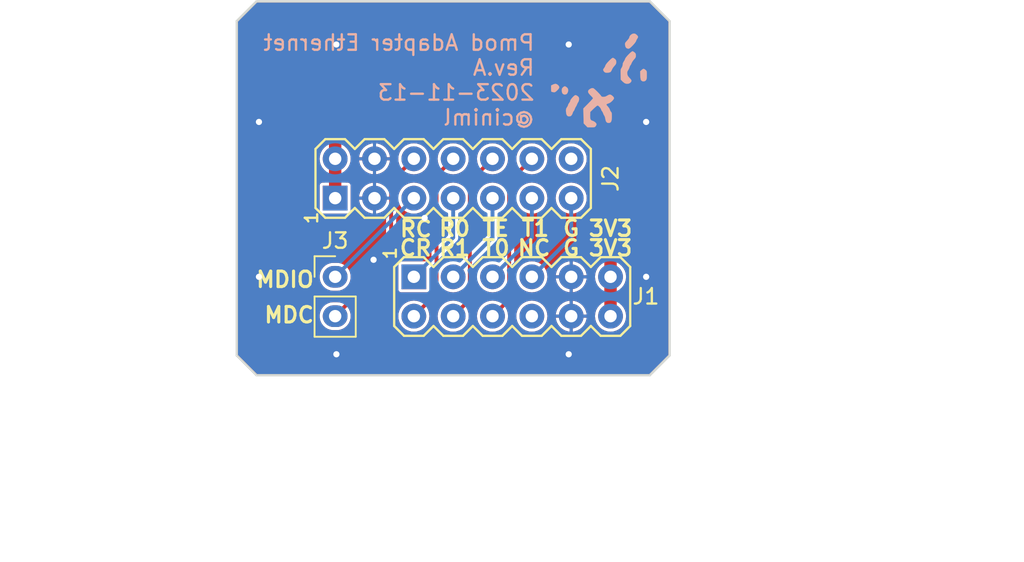
<source format=kicad_pcb>
(kicad_pcb (version 20221018) (generator pcbnew)
  (layers (0 "F.Cu" signal) (31 "B.Cu" signal) (34 "B.Paste" user) (35 "F.Paste" user) (36 "B.SilkS" user "B.Silkscreen") (37 "F.SilkS" user "F.Silkscreen") (38 "B.Mask" user) (39 "F.Mask" user) (44 "Edge.Cuts" user))
  (net 0 "")
  (net 1 "GND")
  (net 2 "/PMOD_P1_nINT_RETCLK")
  (net 3 "+3V3")
  (net 4 "/PMOD_P2_RX0")
  (net 5 "/PMOD_P3_TXEN")
  (net 6 "/PMOD_P4_TX1")
  (net 7 "/PMOD_P5_CRS")
  (net 8 "/PMOD_P6_RX1")
  (net 9 "/PMOD_P7_TX0")
  (net 12 "/MDIO")
  (net 13 "/MDC")
  (footprint "local:Conn_Pmod_Spec_B_Thin" (layer "F.Cu") (at 0 0 90)
    (fp_text reference "J1" (at -1.27 14.986) (layer "F.SilkS"))
    (fp_text value "Conn_02x06_Top_Bottom")
    (fp_text user "1" (at 1.524 -1.524 90 unlocked) (layer "F.SilkS") (effects (font (size 0.8 0.8))))
    (fp_line (start -3.81 -0.635) (end -3.175 -1.27) (stroke (width 0.15)) (layer "F.SilkS"))
    (fp_line (start -3.81 0.635) (end -3.81 -0.635) (stroke (width 0.15)) (layer "F.SilkS"))
    (fp_line (start -3.81 1.905) (end -3.175 1.27) (stroke (width 0.15)) (layer "F.SilkS"))
    (fp_line (start -3.81 3.175) (end -3.81 1.905) (stroke (width 0.15)) (layer "F.SilkS"))
    (fp_line (start -3.81 4.445) (end -3.175 3.81) (stroke (width 0.15)) (layer "F.SilkS"))
    (fp_line (start -3.81 5.715) (end -3.81 4.445) (stroke (width 0.15)) (layer "F.SilkS"))
    (fp_line (start -3.81 6.985) (end -3.175 6.35) (stroke (width 0.15)) (layer "F.SilkS"))
    (fp_line (start -3.81 8.255) (end -3.81 6.985) (stroke (width 0.15)) (layer "F.SilkS"))
    (fp_line (start -3.81 9.525) (end -3.175 8.89) (stroke (width 0.15)) (layer "F.SilkS"))
    (fp_line (start -3.81 10.795) (end -3.81 9.525) (stroke (width 0.15)) (layer "F.SilkS"))
    (fp_line (start -3.81 12.065) (end -3.175 11.43) (stroke (width 0.15)) (layer "F.SilkS"))
    (fp_line (start -3.81 13.335) (end -3.81 12.065) (stroke (width 0.15)) (layer "F.SilkS"))
    (fp_line (start -3.175 -1.27) (end 0.635 -1.27) (stroke (width 0.15)) (layer "F.SilkS"))
    (fp_line (start -3.175 1.27) (end -3.81 0.635) (stroke (width 0.15)) (layer "F.SilkS"))
    (fp_line (start -3.175 3.81) (end -3.81 3.175) (stroke (width 0.15)) (layer "F.SilkS"))
    (fp_line (start -3.175 6.35) (end -3.81 5.715) (stroke (width 0.15)) (layer "F.SilkS"))
    (fp_line (start -3.175 8.89) (end -3.81 8.255) (stroke (width 0.15)) (layer "F.SilkS"))
    (fp_line (start -3.175 11.43) (end -3.81 10.795) (stroke (width 0.15)) (layer "F.SilkS"))
    (fp_line (start -3.175 13.97) (end -3.81 13.335) (stroke (width 0.15)) (layer "F.SilkS"))
    (fp_line (start 0.635 -1.27) (end 1.27 -0.635) (stroke (width 0.15)) (layer "F.SilkS"))
    (fp_line (start 0.635 1.27) (end 1.27 1.905) (stroke (width 0.15)) (layer "F.SilkS"))
    (fp_line (start 0.635 3.81) (end 1.27 4.445) (stroke (width 0.15)) (layer "F.SilkS"))
    (fp_line (start 0.635 6.35) (end 1.27 6.985) (stroke (width 0.15)) (layer "F.SilkS"))
    (fp_line (start 0.635 8.89) (end 1.27 9.525) (stroke (width 0.15)) (layer "F.SilkS"))
    (fp_line (start 0.635 11.43) (end 1.27 12.065) (stroke (width 0.15)) (layer "F.SilkS"))
    (fp_line (start 0.635 13.97) (end -3.175 13.97) (stroke (width 0.15)) (layer "F.SilkS"))
    (fp_line (start 1.27 -0.635) (end 1.27 0.635) (stroke (width 0.15)) (layer "F.SilkS"))
    (fp_line (start 1.27 0.635) (end 0.635 1.27) (stroke (width 0.15)) (layer "F.SilkS"))
    (fp_line (start 1.27 1.905) (end 1.27 3.175) (stroke (width 0.15)) (layer "F.SilkS"))
    (fp_line (start 1.27 3.175) (end 0.635 3.81) (stroke (width 0.15)) (layer "F.SilkS"))
    (fp_line (start 1.27 4.445) (end 1.27 5.715) (stroke (width 0.15)) (layer "F.SilkS"))
    (fp_line (start 1.27 5.715) (end 0.635 6.35) (stroke (width 0.15)) (layer "F.SilkS"))
    (fp_line (start 1.27 6.985) (end 1.27 8.255) (stroke (width 0.15)) (layer "F.SilkS"))
    (fp_line (start 1.27 8.255) (end 0.635 8.89) (stroke (width 0.15)) (layer "F.SilkS"))
    (fp_line (start 1.27 9.525) (end 1.27 10.795) (stroke (width 0.15)) (layer "F.SilkS"))
    (fp_line (start 1.27 10.795) (end 0.635 11.43) (stroke (width 0.15)) (layer "F.SilkS"))
    (fp_line (start 1.27 12.065) (end 1.27 13.335) (stroke (width 0.15)) (layer "F.SilkS"))
    (fp_line (start 1.27 13.335) (end 0.635 13.97) (stroke (width 0.15)) (layer "F.SilkS"))
    (pad "1" thru_hole rect (at 0 0 270) (size 1.6 1.6) (drill 0.8) (layers "*.Cu" "*.Mask") (net 2 "/PMOD_P1_nINT_RETCLK"))
    (pad "2" thru_hole oval (at 0 2.54 270) (size 1.6 1.6) (drill 0.8) (layers "*.Cu" "*.Mask") (net 4 "/PMOD_P2_RX0"))
    (pad "3" thru_hole oval (at 0 5.08 270) (size 1.6 1.6) (drill 0.8) (layers "*.Cu" "*.Mask") (net 5 "/PMOD_P3_TXEN"))
    (pad "4" thru_hole oval (at 0 7.62 270) (size 1.6 1.6) (drill 0.8) (layers "*.Cu" "*.Mask") (net 6 "/PMOD_P4_TX1"))
    (pad "5" thru_hole oval (at 0 10.16 270) (size 1.6 1.6) (drill 0.8) (layers "*.Cu" "*.Mask") (net 1 "GND"))
    (pad "6" thru_hole oval (at 0 12.7 270) (size 1.6 1.6) (drill 0.8) (layers "*.Cu" "*.Mask") (net 3 "+3V3"))
    (pad "7" thru_hole oval (at -2.54 0 270) (size 1.6 1.6) (drill 0.8) (layers "*.Cu" "*.Mask") (net 7 "/PMOD_P5_CRS"))
    (pad "8" thru_hole oval (at -2.54 2.54 270) (size 1.6 1.6) (drill 0.8) (layers "*.Cu" "*.Mask") (net 8 "/PMOD_P6_RX1"))
    (pad "9" thru_hole oval (at -2.54 5.08 270) (size 1.6 1.6) (drill 0.8) (layers "*.Cu" "*.Mask") (net 9 "/PMOD_P7_TX0"))
    (pad "10" thru_hole oval (at -2.54 7.62 270) (size 1.6 1.6) (drill 0.8) (layers "*.Cu" "*.Mask"))
    (pad "11" thru_hole oval (at -2.54 10.16 270) (size 1.6 1.6) (drill 0.8) (layers "*.Cu" "*.Mask") (net 1 "GND"))
    (pad "12" thru_hole oval (at -2.54 12.7 270) (size 1.6 1.6) (drill 0.8) (layers "*.Cu" "*.Mask") (net 3 "+3V3"))
  )
  (footprint "local:Conn_WaveShare_Ethernet_Spec_D_Thin" (layer "F.Cu") (at -5.08 -5.08 90)
    (fp_text reference "J2" (at 1.27 17.78 90) (layer "F.SilkS"))
    (fp_text value "Conn_02x07_Top_Bottom")
    (fp_text user "1" (at -1.27 -1.524 90 unlocked) (layer "F.SilkS") (effects (font (size 0.8 0.8))))
    (fp_line (start -1.27 -0.635) (end -0.635 -1.27) (stroke (width 0.15)) (layer "F.SilkS"))
    (fp_line (start -1.27 0.635) (end -1.27 -0.635) (stroke (width 0.15)) (layer "F.SilkS"))
    (fp_line (start -1.27 1.905) (end -0.635 1.27) (stroke (width 0.15)) (layer "F.SilkS"))
    (fp_line (start -1.27 3.175) (end -1.27 1.905) (stroke (width 0.15)) (layer "F.SilkS"))
    (fp_line (start -1.27 4.445) (end -0.635 3.81) (stroke (width 0.15)) (layer "F.SilkS"))
    (fp_line (start -1.27 5.715) (end -1.27 4.445) (stroke (width 0.15)) (layer "F.SilkS"))
    (fp_line (start -1.27 6.985) (end -0.635 6.35) (stroke (width 0.15)) (layer "F.SilkS"))
    (fp_line (start -1.27 8.255) (end -1.27 6.985) (stroke (width 0.15)) (layer "F.SilkS"))
    (fp_line (start -1.27 9.525) (end -0.635 8.89) (stroke (width 0.15)) (layer "F.SilkS"))
    (fp_line (start -1.27 10.795) (end -1.27 9.525) (stroke (width 0.15)) (layer "F.SilkS"))
    (fp_line (start -1.27 12.065) (end -0.635 11.43) (stroke (width 0.15)) (layer "F.SilkS"))
    (fp_line (start -1.27 13.335) (end -1.27 12.065) (stroke (width 0.15)) (layer "F.SilkS"))
    (fp_line (start -1.27 14.605) (end -0.635 13.97) (stroke (width 0.15)) (layer "F.SilkS"))
    (fp_line (start -1.27 15.875) (end -1.27 14.605) (stroke (width 0.15)) (layer "F.SilkS"))
    (fp_line (start -0.635 -1.27) (end 3.175 -1.27) (stroke (width 0.15)) (layer "F.SilkS"))
    (fp_line (start -0.635 1.27) (end -1.27 0.635) (stroke (width 0.15)) (layer "F.SilkS"))
    (fp_line (start -0.635 3.81) (end -1.27 3.175) (stroke (width 0.15)) (layer "F.SilkS"))
    (fp_line (start -0.635 6.35) (end -1.27 5.715) (stroke (width 0.15)) (layer "F.SilkS"))
    (fp_line (start -0.635 8.89) (end -1.27 8.255) (stroke (width 0.15)) (layer "F.SilkS"))
    (fp_line (start -0.635 11.43) (end -1.27 10.795) (stroke (width 0.15)) (layer "F.SilkS"))
    (fp_line (start -0.635 13.97) (end -1.27 13.335) (stroke (width 0.15)) (layer "F.SilkS"))
    (fp_line (start -0.635 16.51) (end -1.27 15.875) (stroke (width 0.15)) (layer "F.SilkS"))
    (fp_line (start 3.175 -1.27) (end 3.81 -0.635) (stroke (width 0.15)) (layer "F.SilkS"))
    (fp_line (start 3.175 1.27) (end 3.81 1.905) (stroke (width 0.15)) (layer "F.SilkS"))
    (fp_line (start 3.175 3.81) (end 3.81 4.445) (stroke (width 0.15)) (layer "F.SilkS"))
    (fp_line (start 3.175 6.35) (end 3.81 6.985) (stroke (width 0.15)) (layer "F.SilkS"))
    (fp_line (start 3.175 8.89) (end 3.81 9.525) (stroke (width 0.15)) (layer "F.SilkS"))
    (fp_line (start 3.175 11.43) (end 3.81 12.065) (stroke (width 0.15)) (layer "F.SilkS"))
    (fp_line (start 3.175 13.97) (end 3.81 14.605) (stroke (width 0.15)) (layer "F.SilkS"))
    (fp_line (start 3.175 16.51) (end -0.635 16.51) (stroke (width 0.15)) (layer "F.SilkS"))
    (fp_line (start 3.81 -0.635) (end 3.81 0.635) (stroke (width 0.15)) (layer "F.SilkS"))
    (fp_line (start 3.81 0.635) (end 3.175 1.27) (stroke (width 0.15)) (layer "F.SilkS"))
    (fp_line (start 3.81 1.905) (end 3.81 3.175) (stroke (width 0.15)) (layer "F.SilkS"))
    (fp_line (start 3.81 3.175) (end 3.175 3.81) (stroke (width 0.15)) (layer "F.SilkS"))
    (fp_line (start 3.81 4.445) (end 3.81 5.715) (stroke (width 0.15)) (layer "F.SilkS"))
    (fp_line (start 3.81 5.715) (end 3.175 6.35) (stroke (width 0.15)) (layer "F.SilkS"))
    (fp_line (start 3.81 6.985) (end 3.81 8.255) (stroke (width 0.15)) (layer "F.SilkS"))
    (fp_line (start 3.81 8.255) (end 3.175 8.89) (stroke (width 0.15)) (layer "F.SilkS"))
    (fp_line (start 3.81 9.525) (end 3.81 10.795) (stroke (width 0.15)) (layer "F.SilkS"))
    (fp_line (start 3.81 10.795) (end 3.175 11.43) (stroke (width 0.15)) (layer "F.SilkS"))
    (fp_line (start 3.81 12.065) (end 3.81 13.335) (stroke (width 0.15)) (layer "F.SilkS"))
    (fp_line (start 3.81 13.335) (end 3.175 13.97) (stroke (width 0.15)) (layer "F.SilkS"))
    (fp_line (start 3.81 14.605) (end 3.81 15.875) (stroke (width 0.15)) (layer "F.SilkS"))
    (fp_line (start 3.81 15.875) (end 3.175 16.51) (stroke (width 0.15)) (layer "F.SilkS"))
    (pad "1" thru_hole rect (at 0 0 270) (size 1.6 1.6) (drill 0.8) (layers "*.Cu" "*.Mask") (net 3 "+3V3"))
    (pad "2" thru_hole oval (at 0 2.54 270) (size 1.6 1.6) (drill 0.8) (layers "*.Cu" "*.Mask") (net 1 "GND"))
    (pad "3" thru_hole oval (at 0 5.08 270) (size 1.6 1.6) (drill 0.8) (layers "*.Cu" "*.Mask") (net 12 "/MDIO"))
    (pad "4" thru_hole oval (at 0 7.62 270) (size 1.6 1.6) (drill 0.8) (layers "*.Cu" "*.Mask") (net 2 "/PMOD_P1_nINT_RETCLK"))
    (pad "5" thru_hole oval (at 0 10.16 270) (size 1.6 1.6) (drill 0.8) (layers "*.Cu" "*.Mask") (net 4 "/PMOD_P2_RX0"))
    (pad "6" thru_hole oval (at 0 12.7 270) (size 1.6 1.6) (drill 0.8) (layers "*.Cu" "*.Mask") (net 5 "/PMOD_P3_TXEN"))
    (pad "7" thru_hole oval (at 0 15.24 270) (size 1.6 1.6) (drill 0.8) (layers "*.Cu" "*.Mask") (net 6 "/PMOD_P4_TX1"))
    (pad "8" thru_hole oval (at 2.54 0 270) (size 1.6 1.6) (drill 0.8) (layers "*.Cu" "*.Mask") (net 3 "+3V3"))
    (pad "9" thru_hole oval (at 2.54 2.54 270) (size 1.6 1.6) (drill 0.8) (layers "*.Cu" "*.Mask") (net 1 "GND"))
    (pad "10" thru_hole oval (at 2.54 5.08 270) (size 1.6 1.6) (drill 0.8) (layers "*.Cu" "*.Mask") (net 13 "/MDC"))
    (pad "11" thru_hole oval (at 2.54 7.62 270) (size 1.6 1.6) (drill 0.8) (layers "*.Cu" "*.Mask") (net 7 "/PMOD_P5_CRS"))
    (pad "12" thru_hole oval (at 2.54 10.16 270) (size 1.6 1.6) (drill 0.8) (layers "*.Cu" "*.Mask") (net 8 "/PMOD_P6_RX1"))
    (pad "13" thru_hole oval (at 2.54 12.7 270) (size 1.6 1.6) (drill 0.8) (layers "*.Cu" "*.Mask") (net 9 "/PMOD_P7_TX0"))
    (pad "14" thru_hole oval (at 2.54 15.24 270) (size 1.6 1.6) (drill 0.8) (layers "*.Cu" "*.Mask"))
  )
  (footprint "Connector_PinHeader_2.54mm_thin:PinHeader_1x02_P2.54mm_Vertical" (layer "F.Cu") (at -5.08 0)
    (fp_text reference "J3" (at 0 -2.33) (layer "F.SilkS"))
    (fp_text value "Conn_01x02_Pin")
    (fp_line (start -1.33 -1.33) (end 0 -1.33) (stroke (width 0.12)) (layer "F.SilkS"))
    (fp_line (start -1.33 0) (end -1.33 -1.33) (stroke (width 0.12)) (layer "F.SilkS"))
    (fp_line (start -1.33 1.27) (end -1.33 3.87) (stroke (width 0.12)) (layer "F.SilkS"))
    (fp_line (start -1.33 1.27) (end 1.33 1.27) (stroke (width 0.12)) (layer "F.SilkS"))
    (fp_line (start -1.33 3.87) (end 1.33 3.87) (stroke (width 0.12)) (layer "F.SilkS"))
    (fp_line (start 1.33 1.27) (end 1.33 3.87) (stroke (width 0.12)) (layer "F.SilkS"))
    (pad "1" thru_hole oval (at 0 0) (size 1.6 1.4) (drill 0.8) (layers "*.Cu" "*.Mask") (net 12 "/MDIO"))
    (pad "2" thru_hole oval (at 0 2.54) (size 1.6 1.4) (drill 0.8) (layers "*.Cu" "*.Mask") (net 13 "/MDC"))
  )
  (footprint "local:logo" (layer "B.Cu") (at 11.938 -12.7 180)
    (fp_text reference "LOGO1" hide)
    (fp_text value "Logo_Open_Hardware_Small" hide)
    (fp_poly (pts (xy 2.266534 -0.431852) (xy 2.305593 -0.463223) (xy 2.355262 -0.515521) (xy 2.378658 -0.575002) (xy 2.384765 -0.665353) (xy 2.384778 -0.671927) (xy 2.367945 -0.801733) (xy 2.317161 -0.886684) (xy 2.231998 -0.927335) (xy 2.184897 -0.931334) (xy 2.094536 -0.911088) (xy 2.034049 -0.856972) (xy 1.984825 -0.749721) (xy 1.975556 -0.661925) (xy 1.983784 -0.573551) (xy 2.017069 -0.511515) (xy 2.062388 -0.468176) (xy 2.140159 -0.412537) (xy 2.201815 -0.40056) (xy 2.266534 -0.431852)) (stroke (width 0.01)) (fill solid) (layer "B.SilkS"))
    (fp_poly (pts (xy 2.900714 -0.263428) (xy 2.951144 -0.286205) (xy 3.076222 -0.348672) (xy 3.076222 -0.550632) (xy 3.072234 -0.669347) (xy 3.05976 -0.736614) (xy 3.040945 -0.756825) (xy 2.989587 -0.764971) (xy 2.916398 -0.778483) (xy 2.860413 -0.783104) (xy 2.809802 -0.766674) (xy 2.747835 -0.721382) (xy 2.697202 -0.676145) (xy 2.602329 -0.577949) (xy 2.555018 -0.497724) (xy 2.553042 -0.42685) (xy 2.594173 -0.356709) (xy 2.610128 -0.339113) (xy 2.70204 -0.264318) (xy 2.79423 -0.239814) (xy 2.900714 -0.263428)) (stroke (width 0.01)) (fill solid) (layer "B.SilkS"))
    (fp_poly (pts (xy -2.821762 0.697439) (xy -2.76603 0.649347) (xy -2.675646 0.564916) (xy -2.685434 0.299476) (xy -2.692719 0.164645) (xy -2.704341 0.073676) (xy -2.722756 0.014017) (xy -2.748985 -0.025316) (xy -2.829438 -0.076831) (xy -2.923103 -0.083052) (xy -3.01085 -0.044945) (xy -3.045951 -0.010305) (xy -3.07453 0.034395) (xy -3.092145 0.089239) (xy -3.101259 0.16837) (xy -3.104331 0.285931) (xy -3.104444 0.325853) (xy -3.103697 0.449162) (xy -3.099073 0.529802) (xy -3.087001 0.581546) (xy -3.06391 0.618166) (xy -3.026228 0.653438) (xy -3.017612 0.660713) (xy -2.942438 0.715306) (xy -2.883435 0.727832) (xy -2.821762 0.697439)) (stroke (width 0.01)) (fill solid) (layer "B.SilkS"))
    (fp_poly (pts (xy -2.136828 2.967847) (xy -2.051213 2.903292) (xy -1.99239 2.823171) (xy -1.975555 2.755169) (xy -1.957022 2.70896) (xy -1.90817 2.637898) (xy -1.839127 2.556509) (xy -1.830995 2.547824) (xy -1.756918 2.467201) (xy -1.714966 2.410472) (xy -1.697559 2.361412) (xy -1.697118 2.303796) (xy -1.700657 2.268785) (xy -1.732754 2.142515) (xy -1.795162 2.063728) (xy -1.887765 2.03256) (xy -1.904604 2.032) (xy -1.953741 2.038825) (xy -2.005189 2.064185) (xy -2.06924 2.115406) (xy -2.156184 2.199812) (xy -2.192054 2.236611) (xy -2.279064 2.332599) (xy -2.351105 2.423213) (xy -2.398229 2.495367) (xy -2.41024 2.523661) (xy -2.444002 2.6089) (xy -2.485305 2.675634) (xy -2.524508 2.739889) (xy -2.54 2.792526) (xy -2.517976 2.846273) (xy -2.463148 2.910392) (xy -2.392381 2.968442) (xy -2.323349 3.00374) (xy -2.232964 3.005207) (xy -2.136828 2.967847)) (stroke (width 0.01)) (fill solid) (layer "B.SilkS"))
    (fp_poly (pts (xy -0.865785 1.418897) (xy -0.795105 1.364712) (xy -0.710403 1.287463) (xy -0.622071 1.197835) (xy -0.540502 1.106512) (xy -0.47609 1.024179) (xy -0.439226 0.961521) (xy -0.435309 0.949202) (xy -0.402903 0.865014) (xy -0.351172 0.783474) (xy -0.349124 0.781001) (xy -0.29677 0.706358) (xy -0.287938 0.645977) (xy -0.321861 0.579131) (xy -0.340715 0.554139) (xy -0.385496 0.508646) (xy -0.440053 0.486458) (xy -0.525606 0.479893) (xy -0.546102 0.479778) (xy -0.650975 0.488496) (xy -0.733647 0.511284) (xy -0.75356 0.522198) (xy -0.802299 0.576958) (xy -0.843485 0.656487) (xy -0.848363 0.670365) (xy -0.886715 0.749038) (xy -0.950318 0.842641) (xy -1.005745 0.908957) (xy -1.075428 0.98955) (xy -1.112708 1.052551) (xy -1.127173 1.118088) (xy -1.128889 1.167504) (xy -1.121719 1.256372) (xy -1.092204 1.317245) (xy -1.042057 1.366269) (xy -0.976154 1.413187) (xy -0.921379 1.438107) (xy -0.912049 1.439333) (xy -0.865785 1.418897)) (stroke (width 0.01)) (fill solid) (layer "B.SilkS"))
    (fp_poly (pts (xy 1.57599 -1.006093) (xy 1.647291 -1.069696) (xy 1.721059 -1.148928) (xy 1.784749 -1.229604) (xy 1.82582 -1.297543) (xy 1.834445 -1.328217) (xy 1.852053 -1.389112) (xy 1.895389 -1.460716) (xy 1.905 -1.472703) (xy 1.95107 -1.538614) (xy 1.974723 -1.594267) (xy 1.975556 -1.60226) (xy 1.990872 -1.652141) (xy 2.029438 -1.724005) (xy 2.049445 -1.754589) (xy 2.090439 -1.821334) (xy 2.110827 -1.883755) (xy 2.115402 -1.964115) (xy 2.11171 -2.043786) (xy 2.092012 -2.185088) (xy 2.051581 -2.278163) (xy 1.986447 -2.32868) (xy 1.902674 -2.342445) (xy 1.810579 -2.321336) (xy 1.753778 -2.270564) (xy 1.706417 -2.19135) (xy 1.67936 -2.117292) (xy 1.653456 -2.046749) (xy 1.622407 -2.00347) (xy 1.588318 -1.956176) (xy 1.55493 -1.881712) (xy 1.550098 -1.867465) (xy 1.518115 -1.787131) (xy 1.483133 -1.725546) (xy 1.478451 -1.719723) (xy 1.443115 -1.66302) (xy 1.409132 -1.584875) (xy 1.406947 -1.578612) (xy 1.368637 -1.490983) (xy 1.322513 -1.415123) (xy 1.321928 -1.414361) (xy 1.282335 -1.32626) (xy 1.27 -1.225297) (xy 1.276774 -1.140537) (xy 1.306337 -1.083182) (xy 1.367438 -1.02922) (xy 1.456007 -0.977615) (xy 1.519697 -0.972301) (xy 1.57599 -1.006093)) (stroke (width 0.01)) (fill solid) (layer "B.SilkS"))
    (fp_poly (pts (xy -2.135785 1.84223) (xy -2.065105 1.788045) (xy -1.980403 1.710796) (xy -1.892071 1.621168) (xy -1.810502 1.529845) (xy -1.74609 1.447512) (xy -1.709226 1.384854) (xy -1.705309 1.372536) (xy -1.672903 1.288348) (xy -1.621172 1.206807) (xy -1.619124 1.204334) (xy -1.562092 1.095628) (xy -1.552222 1.015088) (xy -1.52529 0.88379) (xy -1.479499 0.798531) (xy -1.44841 0.749647) (xy -1.428137 0.703751) (xy -1.416815 0.647992) (xy -1.412582 0.569523) (xy -1.413571 0.455494) (xy -1.415999 0.360955) (xy -1.425222 0.030467) (xy -1.548381 -0.094943) (xy -1.66025 -0.188192) (xy -1.770363 -0.231715) (xy -1.892816 -0.229959) (xy -1.942283 -0.21919) (xy -2.026662 -0.176854) (xy -2.090482 -0.108322) (xy -2.116642 -0.032149) (xy -2.116666 -0.029968) (xy -2.097956 0.01073) (xy -2.049104 0.075541) (xy -1.986526 0.144299) (xy -1.90972 0.229413) (xy -1.866447 0.300756) (xy -1.845389 0.378824) (xy -1.841721 0.406532) (xy -1.838596 0.503404) (xy -1.861207 0.579968) (xy -1.89865 0.642264) (xy -1.948414 0.72999) (xy -1.983666 0.81759) (xy -1.988825 0.837661) (xy -2.013514 0.910774) (xy -2.046481 0.959863) (xy -2.080629 1.007134) (xy -2.114187 1.081564) (xy -2.119079 1.095868) (xy -2.156969 1.17324) (xy -2.220187 1.26592) (xy -2.275745 1.332291) (xy -2.345428 1.412884) (xy -2.382708 1.475884) (xy -2.397173 1.541421) (xy -2.398889 1.590838) (xy -2.391719 1.679705) (xy -2.362204 1.740579) (xy -2.312057 1.789602) (xy -2.246154 1.83652) (xy -2.191379 1.861441) (xy -2.182049 1.862666) (xy -2.135785 1.84223)) (stroke (width 0.01)) (fill solid) (layer "B.SilkS"))
    (fp_poly (pts (xy 0.447208 -0.520011) (xy 0.543941 -0.557204) (xy 0.62901 -0.618331) (xy 0.662591 -0.658298) (xy 0.688795 -0.721283) (xy 0.680807 -0.787618) (xy 0.634837 -0.865844) (xy 0.547095 -0.964499) (xy 0.510551 -1.000828) (xy 0.439543 -1.073708) (xy 0.388192 -1.133387) (xy 0.366975 -1.167624) (xy 0.366889 -1.168675) (xy 0.385777 -1.197315) (xy 0.437916 -1.258262) (xy 0.516521 -1.344035) (xy 0.614808 -1.447153) (xy 0.679222 -1.513038) (xy 0.991554 -1.829605) (xy 0.982611 -2.310677) (xy 0.973667 -2.791748) (xy 0.847846 -2.919874) (xy 0.722026 -3.048) (xy 0.490061 -3.048) (xy 0.374067 -3.046697) (xy 0.299979 -3.040309) (xy 0.253278 -3.025118) (xy 0.219444 -2.997407) (xy 0.199604 -2.973639) (xy 0.158846 -2.908353) (xy 0.141135 -2.853292) (xy 0.141111 -2.851919) (xy 0.164583 -2.792835) (xy 0.224135 -2.726849) (xy 0.303475 -2.668103) (xy 0.38631 -2.63074) (xy 0.399604 -2.627525) (xy 0.47701 -2.597565) (xy 0.52708 -2.54001) (xy 0.553336 -2.446742) (xy 0.559301 -2.309646) (xy 0.557838 -2.262875) (xy 0.549039 -2.056305) (xy 0.334523 -1.846597) (xy 0.242016 -1.76006) (xy 0.160491 -1.690892) (xy 0.100313 -1.647488) (xy 0.075545 -1.636889) (xy 0.02329 -1.659181) (xy -0.040673 -1.715257) (xy -0.101829 -1.788921) (xy -0.145662 -1.863972) (xy -0.156246 -1.89555) (xy -0.182544 -1.964516) (xy -0.212037 -2.004085) (xy -0.246126 -2.05138) (xy -0.279514 -2.125844) (xy -0.284346 -2.140091) (xy -0.317948 -2.222499) (xy -0.356407 -2.287747) (xy -0.361131 -2.29351) (xy -0.389282 -2.348791) (xy -0.41459 -2.436932) (xy -0.426026 -2.500643) (xy -0.45651 -2.634255) (xy -0.507342 -2.718978) (xy -0.582645 -2.759983) (xy -0.637326 -2.765778) (xy -0.722908 -2.751953) (xy -0.783489 -2.706418) (xy -0.822188 -2.62308) (xy -0.842126 -2.495848) (xy -0.846666 -2.357124) (xy -0.844991 -2.229537) (xy -0.838456 -2.145551) (xy -0.824795 -2.092385) (xy -0.801745 -2.057255) (xy -0.791822 -2.047559) (xy -0.746242 -1.983759) (xy -0.718429 -1.909129) (xy -0.688433 -1.839394) (xy -0.631086 -1.754787) (xy -0.584068 -1.700506) (xy -0.517268 -1.625368) (xy -0.496073 -1.576029) (xy -0.523457 -1.541562) (xy -0.602397 -1.511037) (xy -0.638532 -1.500458) (xy -0.72207 -1.46132) (xy -0.81207 -1.395652) (xy -0.895162 -1.316465) (xy -0.957972 -1.23677) (xy -0.987129 -1.169575) (xy -0.987778 -1.160665) (xy -0.965085 -1.104551) (xy -0.908373 -1.039138) (xy -0.834689 -0.979169) (xy -0.761081 -0.939391) (xy -0.722623 -0.931334) (xy -0.659841 -0.946898) (xy -0.579113 -0.986073) (xy -0.547216 -1.00617) (xy -0.444067 -1.058734) (xy -0.337517 -1.08432) (xy -0.242631 -1.081988) (xy -0.174474 -1.050796) (xy -0.158311 -1.030464) (xy -0.115785 -0.970951) (xy -0.045734 -0.889896) (xy 0.041457 -0.797547) (xy 0.135403 -0.704156) (xy 0.225719 -0.619971) (xy 0.302019 -0.555244) (xy 0.353918 -0.520224) (xy 0.361539 -0.51739) (xy 0.447208 -0.520011)) (stroke (width 0.01)) (fill solid) (layer "B.SilkS"))
  )
  (gr_line (start -11.43 5.08) (end -10.16 6.35) (stroke (width 0.15)) (layer "Edge.Cuts"))
  (gr_line (start 15.24 -17.78) (end 16.51 -16.51) (stroke (width 0.15)) (layer "Edge.Cuts"))
  (gr_line (start -11.43 -16.51) (end -11.43 5.08) (stroke (width 0.15)) (layer "Edge.Cuts"))
  (gr_line (start 15.24 6.35) (end 16.51 5.08) (stroke (width 0.15)) (layer "Edge.Cuts"))
  (gr_line (start 16.51 5.08) (end 16.51 -16.51) (stroke (width 0.15)) (layer "Edge.Cuts"))
  (gr_line (start -10.16 -17.78) (end -11.43 -16.51) (stroke (width 0.15)) (layer "Edge.Cuts"))
  (gr_line (start -10.16 6.35) (end 15.24 6.35) (stroke (width 0.15)) (layer "Edge.Cuts"))
  (gr_line (start 15.24 -17.78) (end -10.16 -17.78) (stroke (width 0.15)) (layer "Edge.Cuts"))
  (gr_text "Pmod Adapter Ethernet\nRev.A\n2023-11-13\n@ciniml" (at 7.874 -12.7) (layer "B.SilkS") (effects (font (size 1 1)) (justify left mirror)))
  (gr_text "T1" (at 6.858 -2.54) (layer "F.SilkS") (effects (font (size 1 1) (thickness 0.2) bold) (justify left bottom)))
  (gr_text "G" (at 10.16 -2.54) (layer "F.SilkS") (effects (font (size 1 1) (thickness 0.2) bold) (justify bottom)))
  (gr_text "CR" (at -1.016 -1.27) (layer "F.SilkS") (effects (font (size 1 1) (thickness 0.2) bold) (justify left bottom)))
  (gr_text "R1" (at 1.524 -1.27) (layer "F.SilkS") (effects (font (size 1 1) (thickness 0.2) bold) (justify left bottom)))
  (gr_text "NC" (at 6.604 -1.27) (layer "F.SilkS") (effects (font (size 1 1) (thickness 0.2) bold) (justify left bottom)))
  (gr_text "3V3" (at 12.7 -2.54) (layer "F.SilkS") (effects (font (size 1 1) (thickness 0.2) bold) (justify bottom)))
  (gr_text "TE" (at 4.318 -2.54) (layer "F.SilkS") (effects (font (size 1 1) (thickness 0.2) bold) (justify left bottom)))
  (gr_text "3V3" (at 12.7 -1.27) (layer "F.SilkS") (effects (font (size 1 1) (thickness 0.2) bold) (justify bottom)))
  (gr_text "G" (at 10.16 -1.27) (layer "F.SilkS") (effects (font (size 1 1) (thickness 0.2) bold) (justify bottom)))
  (gr_text "RC" (at -1 -2.5) (layer "F.SilkS") (effects (font (size 1 1) (thickness 0.2) bold) (justify left bottom)))
  (gr_text "MDIO" (at -6.35 0.762) (layer "F.SilkS") (effects (font (size 1 1) (thickness 0.2) bold) (justify right bottom)))
  (gr_text "T0" (at 4.318 -1.27) (layer "F.SilkS") (effects (font (size 1 1) (thickness 0.2) bold) (justify left bottom)))
  (gr_text "MDC" (at -6.35 3.048) (layer "F.SilkS") (effects (font (size 1 1) (thickness 0.2) bold) (justify right bottom)))
  (gr_text "R0" (at 1.524 -2.54) (layer "F.SilkS") (effects (font (size 1 1) (thickness 0.2) bold) (justify left bottom)))
  (via (at -5 5) (size 0.8) (drill 0.4) (layers "F.Cu" "B.Cu") (net 1))
  (via (at -2.6 -1.1) (size 0.8) (drill 0.4) (layers "F.Cu" "B.Cu") (net 1))
  (via (at -10 -10) (size 0.8) (drill 0.4) (layers "F.Cu" "B.Cu") (net 1))
  (via (at 15 0) (size 0.8) (drill 0.4) (layers "F.Cu" "B.Cu") (net 1))
  (via (at 15 -10) (size 0.8) (drill 0.4) (layers "F.Cu" "B.Cu") (net 1))
  (via (at -5 -15) (size 0.8) (drill 0.4) (layers "F.Cu" "B.Cu") (net 1))
  (via (at 0.7 -3.8) (size 0.8) (drill 0.4) (layers "F.Cu" "B.Cu") (net 1))
  (via (at 10 5) (size 0.8) (drill 0.4) (layers "F.Cu" "B.Cu") (net 1))
  (via (at 10 -15) (size 0.8) (drill 0.4) (layers "F.Cu" "B.Cu") (net 1))
  (via (at -10 0) (size 0.8) (drill 0.4) (layers "F.Cu" "B.Cu") (net 1))
  (segment (start 2.54 -2.54) (end 0 0) (width 0.25) (layer "B.Cu") (net 2))
  (segment (start 2.54 -5.08) (end 2.54 -2.54) (width 0.25) (layer "B.Cu") (net 2))
  (segment (start 11.684 -9.906) (end 12.7 -8.89) (width 0.8) (layer "F.Cu") (net 3))
  (segment (start 12.7 0) (end 12.7 2.54) (width 0.8) (layer "F.Cu") (net 3))
  (segment (start -5.08 -5.08) (end -5.08 -7.62) (width 0.8) (layer "F.Cu") (net 3))
  (segment (start -5.08 -8.89) (end -4.064 -9.906) (width 0.8) (layer "F.Cu") (net 3))
  (segment (start -4.064 -9.906) (end 11.684 -9.906) (width 0.8) (layer "F.Cu") (net 3))
  (segment (start 12.7 -8.89) (end 12.7 0) (width 0.8) (layer "F.Cu") (net 3))
  (segment (start -5.08 -7.62) (end -5.08 -8.89) (width 0.8) (layer "F.Cu") (net 3))
  (segment (start 5.08 -2.54) (end 2.54 0) (width 0.25) (layer "B.Cu") (net 4))
  (segment (start 5.08 -5.08) (end 5.08 -2.54) (width 0.25) (layer "B.Cu") (net 4))
  (segment (start 7.62 -2.54) (end 5.08 0) (width 0.25) (layer "B.Cu") (net 5))
  (segment (start 7.62 -5.08) (end 7.62 -2.54) (width 0.25) (layer "B.Cu") (net 5))
  (segment (start 10.16 -5.08) (end 10.16 -2.54) (width 0.25) (layer "B.Cu") (net 6))
  (segment (start 10.16 -2.54) (end 7.62 0) (width 0.25) (layer "B.Cu") (net 6))
  (segment (start 2.54 -7.62) (end 1.465 -6.545) (width 0.25) (layer "F.Cu") (net 7))
  (segment (start 1.465 1.075) (end 0 2.54) (width 0.25) (layer "F.Cu") (net 7))
  (segment (start 1.465 -6.545) (end 1.465 1.075) (width 0.25) (layer "F.Cu") (net 7))
  (segment (start 3.615 1.465) (end 2.54 2.54) (width 0.25) (layer "F.Cu") (net 8))
  (segment (start 5.08 -7.62) (end 3.615 -6.155) (width 0.25) (layer "F.Cu") (net 8))
  (segment (start 3.615 -6.155) (end 3.615 1.465) (width 0.25) (layer "F.Cu") (net 8))
  (segment (start 6.155 -6.155) (end 6.155 1.465) (width 0.25) (layer "F.Cu") (net 9))
  (segment (start 6.155 1.465) (end 5.08 2.54) (width 0.25) (layer "F.Cu") (net 9))
  (segment (start 7.62 -7.62) (end 6.155 -6.155) (width 0.25) (layer "F.Cu") (net 9))
  (segment (start 0 -5.08) (end -5.08 0) (width 0.25) (layer "B.Cu") (net 12))
  (segment (start 0 -7.62) (end -1.465 -6.155) (width 0.25) (layer "F.Cu") (net 13))
  (segment (start -1.465 -6.155) (end -1.465 -1.075) (width 0.25) (layer "F.Cu") (net 13))
  (segment (start -1.465 -1.075) (end -5.08 2.54) (width 0.25) (layer "F.Cu") (net 13))
  (zone (net 1) (net_name "GND") (layers "F&B.Cu") (name "GND") (connect_pads (clearance 0.2)) (min_thickness 0.2) (fill yes (thermal_gap 0.2) (thermal_bridge_width 0.2))
    (polygon (pts (xy 16.51 6.35) (xy -11.43 6.35) (xy -11.43 -17.78) (xy 16.51 -17.78)))
  )
)
</source>
